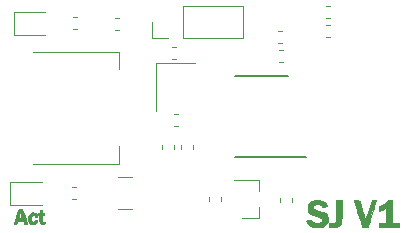
<source format=gbr>
G04 #@! TF.GenerationSoftware,KiCad,Pcbnew,(5.0.0)*
G04 #@! TF.CreationDate,2020-02-27T10:51:14+00:00*
G04 #@! TF.ProjectId,simpleJtag,73696D706C654A7461672E6B69636164,rev?*
G04 #@! TF.SameCoordinates,Original*
G04 #@! TF.FileFunction,Legend,Top*
G04 #@! TF.FilePolarity,Positive*
%FSLAX46Y46*%
G04 Gerber Fmt 4.6, Leading zero omitted, Abs format (unit mm)*
G04 Created by KiCad (PCBNEW (5.0.0)) date 02/27/20 10:51:14*
%MOMM*%
%LPD*%
G01*
G04 APERTURE LIST*
%ADD10C,0.120000*%
%ADD11C,0.150000*%
%ADD12C,0.010000*%
G04 APERTURE END LIST*
D10*
G04 #@! TO.C,P1*
X142870000Y-57520000D02*
X142870000Y-59020000D01*
X142870000Y-57520000D02*
X135610000Y-57520000D01*
X142870000Y-67020000D02*
X135610000Y-67020000D01*
X142870000Y-65520000D02*
X142870000Y-67020000D01*
G04 #@! TO.C,Y1*
X149269000Y-58525000D02*
X145969000Y-58525000D01*
X145969000Y-58525000D02*
X145969000Y-62525000D01*
G04 #@! TO.C,F1*
X144002064Y-70860000D02*
X142797936Y-70860000D01*
X144002064Y-68140000D02*
X142797936Y-68140000D01*
D11*
G04 #@! TO.C,U2*
X158669000Y-66450000D02*
X152694000Y-66450000D01*
X157144000Y-59550000D02*
X152694000Y-59550000D01*
D10*
G04 #@! TO.C,C1*
X156490000Y-70262779D02*
X156490000Y-69937221D01*
X157510000Y-70262779D02*
X157510000Y-69937221D01*
G04 #@! TO.C,C2*
X151510000Y-70162779D02*
X151510000Y-69837221D01*
X150490000Y-70162779D02*
X150490000Y-69837221D01*
G04 #@! TO.C,C3*
X146490000Y-65762779D02*
X146490000Y-65437221D01*
X147510000Y-65762779D02*
X147510000Y-65437221D01*
G04 #@! TO.C,C4*
X149110000Y-65750279D02*
X149110000Y-65424721D01*
X148090000Y-65750279D02*
X148090000Y-65424721D01*
G04 #@! TO.C,C5*
X160750279Y-54710000D02*
X160424721Y-54710000D01*
X160750279Y-53690000D02*
X160424721Y-53690000D01*
G04 #@! TO.C,C6*
X160762779Y-56310000D02*
X160437221Y-56310000D01*
X160762779Y-55290000D02*
X160437221Y-55290000D01*
G04 #@! TO.C,C7*
X156337221Y-56810000D02*
X156662779Y-56810000D01*
X156337221Y-55790000D02*
X156662779Y-55790000D01*
G04 #@! TO.C,D1*
X133946500Y-56085000D02*
X136631500Y-56085000D01*
X133946500Y-54165000D02*
X133946500Y-56085000D01*
X136631500Y-54165000D02*
X133946500Y-54165000D01*
G04 #@! TO.C,D2*
X136369000Y-68565000D02*
X133684000Y-68565000D01*
X133684000Y-68565000D02*
X133684000Y-70485000D01*
X133684000Y-70485000D02*
X136369000Y-70485000D01*
G04 #@! TO.C,JP1*
X153410000Y-56330000D02*
X153410000Y-53670000D01*
X148270000Y-56330000D02*
X153410000Y-56330000D01*
X148270000Y-53670000D02*
X153410000Y-53670000D01*
X148270000Y-56330000D02*
X148270000Y-53670000D01*
X147000000Y-56330000D02*
X145670000Y-56330000D01*
X145670000Y-56330000D02*
X145670000Y-55000000D01*
G04 #@! TO.C,R1*
X142875279Y-55710000D02*
X142549721Y-55710000D01*
X142875279Y-54690000D02*
X142549721Y-54690000D01*
G04 #@! TO.C,R2*
X139319279Y-54615000D02*
X138993721Y-54615000D01*
X139319279Y-55635000D02*
X138993721Y-55635000D01*
G04 #@! TO.C,R3*
X139244279Y-70035000D02*
X138918721Y-70035000D01*
X139244279Y-69015000D02*
X138918721Y-69015000D01*
G04 #@! TO.C,R4*
X156424721Y-58410000D02*
X156750279Y-58410000D01*
X156424721Y-57390000D02*
X156750279Y-57390000D01*
G04 #@! TO.C,U1*
X154760000Y-71580000D02*
X153300000Y-71580000D01*
X154760000Y-68420000D02*
X152600000Y-68420000D01*
X154760000Y-68420000D02*
X154760000Y-69350000D01*
X154760000Y-71580000D02*
X154760000Y-70650000D01*
G04 #@! TO.C,C8*
X147393721Y-58135000D02*
X147719279Y-58135000D01*
X147393721Y-57115000D02*
X147719279Y-57115000D01*
G04 #@! TO.C,C9*
X147844279Y-63835000D02*
X147518721Y-63835000D01*
X147844279Y-62815000D02*
X147518721Y-62815000D01*
D12*
G04 #@! TO.C,G\002A\002A\002A*
G36*
X134898063Y-71471679D02*
X135113204Y-72116228D01*
X134975083Y-72116228D01*
X134888540Y-72112536D01*
X134841039Y-72090343D01*
X134810006Y-72032971D01*
X134791968Y-71980953D01*
X134746974Y-71845677D01*
X134507338Y-71836461D01*
X134267702Y-71827246D01*
X134227247Y-71971737D01*
X134198784Y-72059764D01*
X134167304Y-72102148D01*
X134115942Y-72115385D01*
X134079525Y-72116228D01*
X134007728Y-72110020D01*
X133973407Y-72094827D01*
X133972898Y-72092356D01*
X133982445Y-72056134D01*
X134008730Y-71968783D01*
X134048819Y-71839718D01*
X134099783Y-71678355D01*
X134130804Y-71581325D01*
X134354213Y-71581325D01*
X134382815Y-71596080D01*
X134455792Y-71605344D01*
X134510024Y-71606955D01*
X134665834Y-71606955D01*
X134604869Y-71408020D01*
X134570348Y-71297388D01*
X134541072Y-71207109D01*
X134525080Y-71161341D01*
X134508735Y-71169935D01*
X134479005Y-71222987D01*
X134442404Y-71304487D01*
X134405444Y-71398423D01*
X134374641Y-71488785D01*
X134356507Y-71559562D01*
X134354213Y-71581325D01*
X134130804Y-71581325D01*
X134158689Y-71494108D01*
X134173593Y-71447807D01*
X134373649Y-70827130D01*
X134682923Y-70827130D01*
X134898063Y-71471679D01*
X134898063Y-71471679D01*
G37*
X134898063Y-71471679D02*
X135113204Y-72116228D01*
X134975083Y-72116228D01*
X134888540Y-72112536D01*
X134841039Y-72090343D01*
X134810006Y-72032971D01*
X134791968Y-71980953D01*
X134746974Y-71845677D01*
X134507338Y-71836461D01*
X134267702Y-71827246D01*
X134227247Y-71971737D01*
X134198784Y-72059764D01*
X134167304Y-72102148D01*
X134115942Y-72115385D01*
X134079525Y-72116228D01*
X134007728Y-72110020D01*
X133973407Y-72094827D01*
X133972898Y-72092356D01*
X133982445Y-72056134D01*
X134008730Y-71968783D01*
X134048819Y-71839718D01*
X134099783Y-71678355D01*
X134130804Y-71581325D01*
X134354213Y-71581325D01*
X134382815Y-71596080D01*
X134455792Y-71605344D01*
X134510024Y-71606955D01*
X134665834Y-71606955D01*
X134604869Y-71408020D01*
X134570348Y-71297388D01*
X134541072Y-71207109D01*
X134525080Y-71161341D01*
X134508735Y-71169935D01*
X134479005Y-71222987D01*
X134442404Y-71304487D01*
X134405444Y-71398423D01*
X134374641Y-71488785D01*
X134356507Y-71559562D01*
X134354213Y-71581325D01*
X134130804Y-71581325D01*
X134158689Y-71494108D01*
X134173593Y-71447807D01*
X134373649Y-70827130D01*
X134682923Y-70827130D01*
X134898063Y-71471679D01*
G36*
X136351381Y-70914407D02*
X136359064Y-70973768D01*
X136359477Y-71023621D01*
X136362547Y-71109503D01*
X136379893Y-71149358D01*
X136423716Y-71160785D01*
X136454965Y-71161341D01*
X136522600Y-71169228D01*
X136547529Y-71206431D01*
X136550454Y-71256830D01*
X136542567Y-71324464D01*
X136505364Y-71349393D01*
X136454965Y-71352318D01*
X136359477Y-71352318D01*
X136359477Y-71588437D01*
X136362038Y-71739164D01*
X136372596Y-71837273D01*
X136395459Y-71893699D01*
X136434937Y-71919377D01*
X136492217Y-71925251D01*
X136556121Y-71931323D01*
X136578485Y-71962669D01*
X136576343Y-72028697D01*
X136564822Y-72094269D01*
X136534334Y-72126096D01*
X136465700Y-72139165D01*
X136431459Y-72141913D01*
X136330524Y-72139917D01*
X136258832Y-72108796D01*
X136216609Y-72071743D01*
X136180023Y-72030769D01*
X136156694Y-71986390D01*
X136143664Y-71923819D01*
X136137977Y-71828267D01*
X136136673Y-71684947D01*
X136136670Y-71672061D01*
X136135803Y-71526804D01*
X136131678Y-71433702D01*
X136122005Y-71381257D01*
X136104495Y-71357973D01*
X136076860Y-71352352D01*
X136073010Y-71352318D01*
X136026414Y-71337313D01*
X136010008Y-71281479D01*
X136009351Y-71256830D01*
X136019407Y-71186869D01*
X136056685Y-71162286D01*
X136072634Y-71161341D01*
X136118171Y-71145735D01*
X136145377Y-71089108D01*
X136155782Y-71037111D01*
X136175910Y-70953950D01*
X136211520Y-70914249D01*
X136267562Y-70899390D01*
X136324787Y-70894895D01*
X136351381Y-70914407D01*
X136351381Y-70914407D01*
G37*
X136351381Y-70914407D02*
X136359064Y-70973768D01*
X136359477Y-71023621D01*
X136362547Y-71109503D01*
X136379893Y-71149358D01*
X136423716Y-71160785D01*
X136454965Y-71161341D01*
X136522600Y-71169228D01*
X136547529Y-71206431D01*
X136550454Y-71256830D01*
X136542567Y-71324464D01*
X136505364Y-71349393D01*
X136454965Y-71352318D01*
X136359477Y-71352318D01*
X136359477Y-71588437D01*
X136362038Y-71739164D01*
X136372596Y-71837273D01*
X136395459Y-71893699D01*
X136434937Y-71919377D01*
X136492217Y-71925251D01*
X136556121Y-71931323D01*
X136578485Y-71962669D01*
X136576343Y-72028697D01*
X136564822Y-72094269D01*
X136534334Y-72126096D01*
X136465700Y-72139165D01*
X136431459Y-72141913D01*
X136330524Y-72139917D01*
X136258832Y-72108796D01*
X136216609Y-72071743D01*
X136180023Y-72030769D01*
X136156694Y-71986390D01*
X136143664Y-71923819D01*
X136137977Y-71828267D01*
X136136673Y-71684947D01*
X136136670Y-71672061D01*
X136135803Y-71526804D01*
X136131678Y-71433702D01*
X136122005Y-71381257D01*
X136104495Y-71357973D01*
X136076860Y-71352352D01*
X136073010Y-71352318D01*
X136026414Y-71337313D01*
X136010008Y-71281479D01*
X136009351Y-71256830D01*
X136019407Y-71186869D01*
X136056685Y-71162286D01*
X136072634Y-71161341D01*
X136118171Y-71145735D01*
X136145377Y-71089108D01*
X136155782Y-71037111D01*
X136175910Y-70953950D01*
X136211520Y-70914249D01*
X136267562Y-70899390D01*
X136324787Y-70894895D01*
X136351381Y-70914407D01*
G36*
X135699276Y-71144899D02*
X135818177Y-71198250D01*
X135909665Y-71294540D01*
X135934643Y-71343139D01*
X135962459Y-71421810D01*
X135960140Y-71464387D01*
X135940093Y-71483771D01*
X135853306Y-71510665D01*
X135776432Y-71487344D01*
X135738390Y-71439850D01*
X135697041Y-71387555D01*
X135622394Y-71368908D01*
X135595567Y-71368233D01*
X135525128Y-71373547D01*
X135484059Y-71400600D01*
X135453685Y-71466061D01*
X135440325Y-71506803D01*
X135414389Y-71618523D01*
X135419800Y-71715261D01*
X135434149Y-71771079D01*
X135468356Y-71854484D01*
X135507342Y-71907938D01*
X135517846Y-71914451D01*
X135601190Y-71921139D01*
X135683563Y-71891701D01*
X135735962Y-71837262D01*
X135738823Y-71829688D01*
X135772880Y-71783327D01*
X135846078Y-71766634D01*
X135870408Y-71766103D01*
X135943633Y-71770531D01*
X135968463Y-71791751D01*
X135961129Y-71837719D01*
X135895141Y-71973347D01*
X135793495Y-72074210D01*
X135669679Y-72134833D01*
X135537183Y-72149738D01*
X135409496Y-72113449D01*
X135360502Y-72081588D01*
X135284632Y-72004002D01*
X135223888Y-71914483D01*
X135186976Y-71794784D01*
X135174576Y-71644686D01*
X135186495Y-71492463D01*
X135222542Y-71366385D01*
X135227691Y-71355869D01*
X135317169Y-71239971D01*
X135434864Y-71166009D01*
X135566869Y-71134235D01*
X135699276Y-71144899D01*
X135699276Y-71144899D01*
G37*
X135699276Y-71144899D02*
X135818177Y-71198250D01*
X135909665Y-71294540D01*
X135934643Y-71343139D01*
X135962459Y-71421810D01*
X135960140Y-71464387D01*
X135940093Y-71483771D01*
X135853306Y-71510665D01*
X135776432Y-71487344D01*
X135738390Y-71439850D01*
X135697041Y-71387555D01*
X135622394Y-71368908D01*
X135595567Y-71368233D01*
X135525128Y-71373547D01*
X135484059Y-71400600D01*
X135453685Y-71466061D01*
X135440325Y-71506803D01*
X135414389Y-71618523D01*
X135419800Y-71715261D01*
X135434149Y-71771079D01*
X135468356Y-71854484D01*
X135507342Y-71907938D01*
X135517846Y-71914451D01*
X135601190Y-71921139D01*
X135683563Y-71891701D01*
X135735962Y-71837262D01*
X135738823Y-71829688D01*
X135772880Y-71783327D01*
X135846078Y-71766634D01*
X135870408Y-71766103D01*
X135943633Y-71770531D01*
X135968463Y-71791751D01*
X135961129Y-71837719D01*
X135895141Y-71973347D01*
X135793495Y-72074210D01*
X135669679Y-72134833D01*
X135537183Y-72149738D01*
X135409496Y-72113449D01*
X135360502Y-72081588D01*
X135284632Y-72004002D01*
X135223888Y-71914483D01*
X135186976Y-71794784D01*
X135174576Y-71644686D01*
X135186495Y-71492463D01*
X135222542Y-71366385D01*
X135227691Y-71355869D01*
X135317169Y-71239971D01*
X135434864Y-71166009D01*
X135566869Y-71134235D01*
X135699276Y-71144899D01*
G36*
X165960980Y-72020740D02*
X166597572Y-72020740D01*
X166597572Y-72370865D01*
X164846945Y-72370865D01*
X164846945Y-72020740D01*
X165515366Y-72020740D01*
X165515366Y-71350440D01*
X165514613Y-71120234D01*
X165512095Y-70947380D01*
X165507424Y-70825588D01*
X165500213Y-70748565D01*
X165490076Y-70710020D01*
X165476624Y-70703662D01*
X165475579Y-70704241D01*
X165428308Y-70735380D01*
X165349953Y-70789271D01*
X165292559Y-70829507D01*
X165187681Y-70899302D01*
X165081948Y-70962744D01*
X164991970Y-71010513D01*
X164934361Y-71033287D01*
X164928100Y-71034023D01*
X164919339Y-71004930D01*
X164913063Y-70928581D01*
X164910605Y-70821367D01*
X164910604Y-70819011D01*
X164910604Y-70603999D01*
X165102395Y-70529631D01*
X165283183Y-70435919D01*
X165465637Y-70291686D01*
X165491821Y-70267199D01*
X165592788Y-70174132D01*
X165665713Y-70117916D01*
X165726657Y-70089492D01*
X165791679Y-70079800D01*
X165825219Y-70079136D01*
X165960980Y-70079136D01*
X165960980Y-72020740D01*
X165960980Y-72020740D01*
G37*
X165960980Y-72020740D02*
X166597572Y-72020740D01*
X166597572Y-72370865D01*
X164846945Y-72370865D01*
X164846945Y-72020740D01*
X165515366Y-72020740D01*
X165515366Y-71350440D01*
X165514613Y-71120234D01*
X165512095Y-70947380D01*
X165507424Y-70825588D01*
X165500213Y-70748565D01*
X165490076Y-70710020D01*
X165476624Y-70703662D01*
X165475579Y-70704241D01*
X165428308Y-70735380D01*
X165349953Y-70789271D01*
X165292559Y-70829507D01*
X165187681Y-70899302D01*
X165081948Y-70962744D01*
X164991970Y-71010513D01*
X164934361Y-71033287D01*
X164928100Y-71034023D01*
X164919339Y-71004930D01*
X164913063Y-70928581D01*
X164910605Y-70821367D01*
X164910604Y-70819011D01*
X164910604Y-70603999D01*
X165102395Y-70529631D01*
X165283183Y-70435919D01*
X165465637Y-70291686D01*
X165491821Y-70267199D01*
X165592788Y-70174132D01*
X165665713Y-70117916D01*
X165726657Y-70089492D01*
X165791679Y-70079800D01*
X165825219Y-70079136D01*
X165960980Y-70079136D01*
X165960980Y-72020740D01*
G36*
X164539456Y-70114387D02*
X164605890Y-70122696D01*
X164624138Y-70131629D01*
X164614922Y-70165098D01*
X164588996Y-70250998D01*
X164548947Y-70381097D01*
X164497362Y-70547162D01*
X164436828Y-70740959D01*
X164369930Y-70954256D01*
X164299255Y-71178820D01*
X164227389Y-71406418D01*
X164156919Y-71628817D01*
X164090431Y-71837783D01*
X164030511Y-72025085D01*
X163983170Y-72171930D01*
X163918697Y-72370865D01*
X163700364Y-72370865D01*
X163589273Y-72367640D01*
X163506146Y-72359174D01*
X163468624Y-72347284D01*
X163468441Y-72346993D01*
X163456037Y-72311894D01*
X163427609Y-72224555D01*
X163385752Y-72093318D01*
X163333060Y-71926524D01*
X163272125Y-71732515D01*
X163205541Y-71519631D01*
X163135903Y-71296214D01*
X163065804Y-71070606D01*
X162997837Y-70851148D01*
X162934596Y-70646182D01*
X162878675Y-70464048D01*
X162832667Y-70313089D01*
X162799167Y-70201646D01*
X162780767Y-70138060D01*
X162778023Y-70126545D01*
X162807159Y-70118801D01*
X162884012Y-70115401D01*
X162992748Y-70116968D01*
X163007398Y-70117528D01*
X163236773Y-70126880D01*
X163481517Y-70932556D01*
X163547226Y-71147809D01*
X163607225Y-71342332D01*
X163658961Y-71508021D01*
X163699888Y-71636774D01*
X163727454Y-71720487D01*
X163738994Y-71750967D01*
X163751247Y-71725243D01*
X163779397Y-71646255D01*
X163820935Y-71521675D01*
X163873353Y-71359180D01*
X163934140Y-71166443D01*
X164000788Y-70951139D01*
X164004913Y-70937687D01*
X164258098Y-70111673D01*
X164441118Y-70111319D01*
X164539456Y-70114387D01*
X164539456Y-70114387D01*
G37*
X164539456Y-70114387D02*
X164605890Y-70122696D01*
X164624138Y-70131629D01*
X164614922Y-70165098D01*
X164588996Y-70250998D01*
X164548947Y-70381097D01*
X164497362Y-70547162D01*
X164436828Y-70740959D01*
X164369930Y-70954256D01*
X164299255Y-71178820D01*
X164227389Y-71406418D01*
X164156919Y-71628817D01*
X164090431Y-71837783D01*
X164030511Y-72025085D01*
X163983170Y-72171930D01*
X163918697Y-72370865D01*
X163700364Y-72370865D01*
X163589273Y-72367640D01*
X163506146Y-72359174D01*
X163468624Y-72347284D01*
X163468441Y-72346993D01*
X163456037Y-72311894D01*
X163427609Y-72224555D01*
X163385752Y-72093318D01*
X163333060Y-71926524D01*
X163272125Y-71732515D01*
X163205541Y-71519631D01*
X163135903Y-71296214D01*
X163065804Y-71070606D01*
X162997837Y-70851148D01*
X162934596Y-70646182D01*
X162878675Y-70464048D01*
X162832667Y-70313089D01*
X162799167Y-70201646D01*
X162780767Y-70138060D01*
X162778023Y-70126545D01*
X162807159Y-70118801D01*
X162884012Y-70115401D01*
X162992748Y-70116968D01*
X163007398Y-70117528D01*
X163236773Y-70126880D01*
X163481517Y-70932556D01*
X163547226Y-71147809D01*
X163607225Y-71342332D01*
X163658961Y-71508021D01*
X163699888Y-71636774D01*
X163727454Y-71720487D01*
X163738994Y-71750967D01*
X163751247Y-71725243D01*
X163779397Y-71646255D01*
X163820935Y-71521675D01*
X163873353Y-71359180D01*
X163934140Y-71166443D01*
X164000788Y-70951139D01*
X164004913Y-70937687D01*
X164258098Y-70111673D01*
X164441118Y-70111319D01*
X164539456Y-70114387D01*
G36*
X161722244Y-71027016D02*
X161719072Y-71292537D01*
X161715897Y-71502438D01*
X161712036Y-71664756D01*
X161706809Y-71787527D01*
X161699535Y-71878788D01*
X161689532Y-71946575D01*
X161676120Y-71998923D01*
X161658617Y-72043870D01*
X161636342Y-72089451D01*
X161631377Y-72099111D01*
X161548788Y-72226012D01*
X161445900Y-72314671D01*
X161311835Y-72370156D01*
X161135720Y-72397536D01*
X160979951Y-72402694D01*
X160849333Y-72400519D01*
X160743851Y-72394690D01*
X160678965Y-72386255D01*
X160666661Y-72381475D01*
X160654646Y-72339955D01*
X160646955Y-72256699D01*
X160645441Y-72193505D01*
X160645441Y-72026755D01*
X160882962Y-72031705D01*
X161033400Y-72028628D01*
X161133677Y-72006115D01*
X161196379Y-71955475D01*
X161234090Y-71868017D01*
X161253035Y-71776152D01*
X161260331Y-71700494D01*
X161266964Y-71572448D01*
X161272600Y-71403283D01*
X161276901Y-71204270D01*
X161279531Y-70986679D01*
X161280136Y-70866917D01*
X161282033Y-70110965D01*
X161732756Y-70110965D01*
X161722244Y-71027016D01*
X161722244Y-71027016D01*
G37*
X161722244Y-71027016D02*
X161719072Y-71292537D01*
X161715897Y-71502438D01*
X161712036Y-71664756D01*
X161706809Y-71787527D01*
X161699535Y-71878788D01*
X161689532Y-71946575D01*
X161676120Y-71998923D01*
X161658617Y-72043870D01*
X161636342Y-72089451D01*
X161631377Y-72099111D01*
X161548788Y-72226012D01*
X161445900Y-72314671D01*
X161311835Y-72370156D01*
X161135720Y-72397536D01*
X160979951Y-72402694D01*
X160849333Y-72400519D01*
X160743851Y-72394690D01*
X160678965Y-72386255D01*
X160666661Y-72381475D01*
X160654646Y-72339955D01*
X160646955Y-72256699D01*
X160645441Y-72193505D01*
X160645441Y-72026755D01*
X160882962Y-72031705D01*
X161033400Y-72028628D01*
X161133677Y-72006115D01*
X161196379Y-71955475D01*
X161234090Y-71868017D01*
X161253035Y-71776152D01*
X161260331Y-71700494D01*
X161266964Y-71572448D01*
X161272600Y-71403283D01*
X161276901Y-71204270D01*
X161279531Y-70986679D01*
X161280136Y-70866917D01*
X161282033Y-70110965D01*
X161732756Y-70110965D01*
X161722244Y-71027016D01*
G36*
X159657978Y-70097610D02*
X159855331Y-70106150D01*
X160007908Y-70131536D01*
X160133550Y-70179140D01*
X160250099Y-70254331D01*
X160292617Y-70288641D01*
X160361351Y-70358001D01*
X160422741Y-70438920D01*
X160465966Y-70514322D01*
X160480202Y-70567131D01*
X160475816Y-70577666D01*
X160439159Y-70593212D01*
X160359537Y-70618070D01*
X160276085Y-70641033D01*
X160091525Y-70689228D01*
X160028756Y-70603060D01*
X159936187Y-70514886D01*
X159820068Y-70460038D01*
X159692139Y-70436408D01*
X159564140Y-70441887D01*
X159447811Y-70474365D01*
X159354892Y-70531736D01*
X159297123Y-70611889D01*
X159286244Y-70712717D01*
X159290832Y-70735594D01*
X159331392Y-70808876D01*
X159417502Y-70874040D01*
X159554792Y-70934066D01*
X159748892Y-70991937D01*
X159798319Y-71004319D01*
X160034233Y-71069158D01*
X160215028Y-71137849D01*
X160349201Y-71216565D01*
X160445250Y-71311477D01*
X160511673Y-71428759D01*
X160551338Y-71551253D01*
X160570464Y-71748374D01*
X160530058Y-71934314D01*
X160434184Y-72100674D01*
X160286909Y-72239055D01*
X160189896Y-72297926D01*
X160034471Y-72354136D01*
X159840645Y-72388885D01*
X159630326Y-72401093D01*
X159425423Y-72389681D01*
X159247842Y-72353569D01*
X159223693Y-72345521D01*
X159104702Y-72294386D01*
X158991163Y-72231764D01*
X158949239Y-72203055D01*
X158882702Y-72138271D01*
X158815949Y-72051376D01*
X158759503Y-71959578D01*
X158723886Y-71880083D01*
X158719621Y-71830098D01*
X158720360Y-71828779D01*
X158754316Y-71813166D01*
X158828701Y-71792014D01*
X158923401Y-71769697D01*
X159018304Y-71750586D01*
X159093296Y-71739053D01*
X159128263Y-71739471D01*
X159128674Y-71740020D01*
X159215425Y-71886263D01*
X159317944Y-71981649D01*
X159449830Y-72034300D01*
X159624681Y-72052342D01*
X159651851Y-72052569D01*
X159844351Y-72034957D01*
X159983882Y-71982137D01*
X160070407Y-71894136D01*
X160103885Y-71770980D01*
X160104339Y-71752281D01*
X160076767Y-71654847D01*
X159992442Y-71575160D01*
X159848951Y-71511211D01*
X159795254Y-71495137D01*
X159565155Y-71430871D01*
X159388081Y-71378481D01*
X159255271Y-71334510D01*
X159157966Y-71295500D01*
X159087405Y-71257991D01*
X159034830Y-71218525D01*
X158996970Y-71179985D01*
X158889099Y-71013691D01*
X158837883Y-70833969D01*
X158841151Y-70651722D01*
X158896732Y-70477855D01*
X159002457Y-70323273D01*
X159156153Y-70198880D01*
X159196740Y-70176363D01*
X159281352Y-70136988D01*
X159361086Y-70112961D01*
X159455867Y-70100880D01*
X159585616Y-70097344D01*
X159657978Y-70097610D01*
X159657978Y-70097610D01*
G37*
X159657978Y-70097610D02*
X159855331Y-70106150D01*
X160007908Y-70131536D01*
X160133550Y-70179140D01*
X160250099Y-70254331D01*
X160292617Y-70288641D01*
X160361351Y-70358001D01*
X160422741Y-70438920D01*
X160465966Y-70514322D01*
X160480202Y-70567131D01*
X160475816Y-70577666D01*
X160439159Y-70593212D01*
X160359537Y-70618070D01*
X160276085Y-70641033D01*
X160091525Y-70689228D01*
X160028756Y-70603060D01*
X159936187Y-70514886D01*
X159820068Y-70460038D01*
X159692139Y-70436408D01*
X159564140Y-70441887D01*
X159447811Y-70474365D01*
X159354892Y-70531736D01*
X159297123Y-70611889D01*
X159286244Y-70712717D01*
X159290832Y-70735594D01*
X159331392Y-70808876D01*
X159417502Y-70874040D01*
X159554792Y-70934066D01*
X159748892Y-70991937D01*
X159798319Y-71004319D01*
X160034233Y-71069158D01*
X160215028Y-71137849D01*
X160349201Y-71216565D01*
X160445250Y-71311477D01*
X160511673Y-71428759D01*
X160551338Y-71551253D01*
X160570464Y-71748374D01*
X160530058Y-71934314D01*
X160434184Y-72100674D01*
X160286909Y-72239055D01*
X160189896Y-72297926D01*
X160034471Y-72354136D01*
X159840645Y-72388885D01*
X159630326Y-72401093D01*
X159425423Y-72389681D01*
X159247842Y-72353569D01*
X159223693Y-72345521D01*
X159104702Y-72294386D01*
X158991163Y-72231764D01*
X158949239Y-72203055D01*
X158882702Y-72138271D01*
X158815949Y-72051376D01*
X158759503Y-71959578D01*
X158723886Y-71880083D01*
X158719621Y-71830098D01*
X158720360Y-71828779D01*
X158754316Y-71813166D01*
X158828701Y-71792014D01*
X158923401Y-71769697D01*
X159018304Y-71750586D01*
X159093296Y-71739053D01*
X159128263Y-71739471D01*
X159128674Y-71740020D01*
X159215425Y-71886263D01*
X159317944Y-71981649D01*
X159449830Y-72034300D01*
X159624681Y-72052342D01*
X159651851Y-72052569D01*
X159844351Y-72034957D01*
X159983882Y-71982137D01*
X160070407Y-71894136D01*
X160103885Y-71770980D01*
X160104339Y-71752281D01*
X160076767Y-71654847D01*
X159992442Y-71575160D01*
X159848951Y-71511211D01*
X159795254Y-71495137D01*
X159565155Y-71430871D01*
X159388081Y-71378481D01*
X159255271Y-71334510D01*
X159157966Y-71295500D01*
X159087405Y-71257991D01*
X159034830Y-71218525D01*
X158996970Y-71179985D01*
X158889099Y-71013691D01*
X158837883Y-70833969D01*
X158841151Y-70651722D01*
X158896732Y-70477855D01*
X159002457Y-70323273D01*
X159156153Y-70198880D01*
X159196740Y-70176363D01*
X159281352Y-70136988D01*
X159361086Y-70112961D01*
X159455867Y-70100880D01*
X159585616Y-70097344D01*
X159657978Y-70097610D01*
G04 #@! TD*
M02*

</source>
